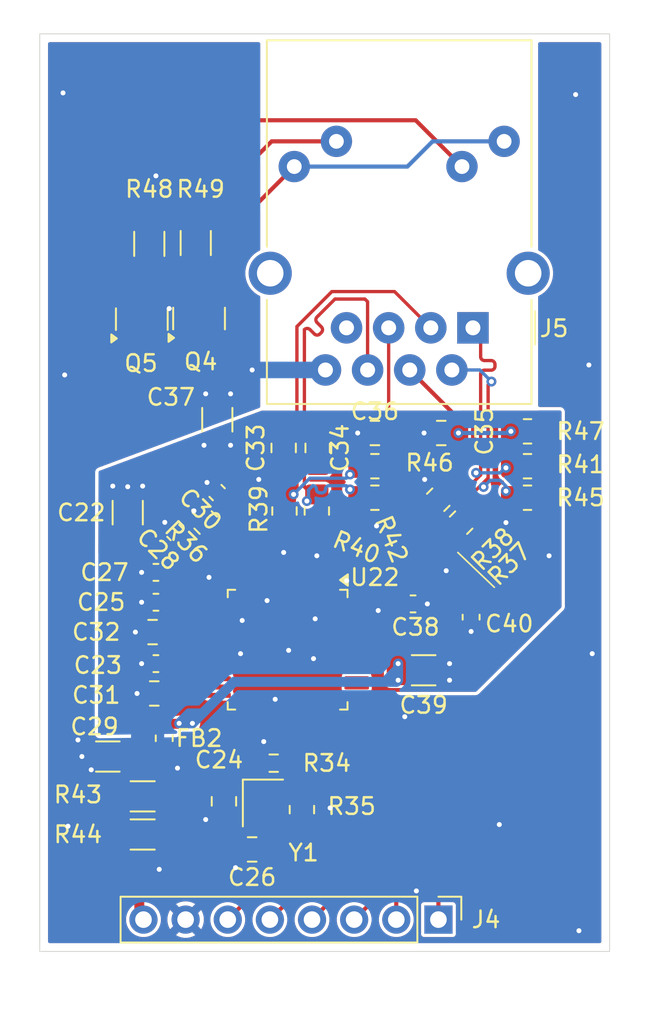
<source format=kicad_pcb>
(kicad_pcb (version 20241229) (generator "pcbnew") (generator_version "9.0")
  (layers (0 "F.Cu" signal) (2 "B.Cu" signal) (13 "F.Paste" user) (15 "B.Paste" user) (5 "F.SilkS" user "F.Silkscreen") (7 "B.SilkS" user "B.Silkscreen") (1 "F.Mask" user) (3 "B.Mask" user) (25 "Edge.Cuts" user))
  (net 0 "")
  (net 1 "/W5500/AGND")
  (net 2 "/W5500/+3.3VA")
  (net 3 "Net-(U22-XI{slash}CLKIN)")
  (net 4 "Net-(C26-Pad1)")
  (net 5 "Net-(U22-1V2O)")
  (net 6 "Net-(U22-TOCAP)")
  (net 7 "/W5500/RD+")
  (net 8 "/W5500/RX_1+")
  (net 9 "/W5500/RD-")
  (net 10 "/W5500/RX_1-")
  (net 11 "Net-(J5-TCT)")
  (net 12 "Net-(J5-RCT)")
  (net 13 "/W5500/MOSI")
  (net 14 "/W5500/MISO")
  (net 15 "/W5500/SCLK")
  (net 16 "/W5500/CS_N")
  (net 17 "/W5500/RST_N")
  (net 18 "/W5500/INT_N")
  (net 19 "Net-(J5-PadL2)")
  (net 20 "/W5500/TD+")
  (net 22 "/W5500/TD-")
  (net 24 "Net-(J5-PadL3)")
  (net 26 "Net-(Q4-C)")
  (net 27 "Net-(Q4-B)")
  (net 28 "Net-(Q5-B)")
  (net 29 "Net-(Q5-C)")
  (net 30 "Net-(U22-XO)")
  (net 31 "Net-(U22-EXRES1)")
  (net 32 "/W5500/TX+")
  (net 33 "/W5500/TX-")
  (net 34 "/W5500/RX+")
  (net 35 "/W5500/RX-")
  (net 36 "Net-(U22-LINKLED)")
  (net 37 "Net-(U22-ACTLED)")
  (net 55 "/GND")
  (net 56 "/3v3")
  (footprint "Resistor_SMD:R_0805_2012Metric_Pad1.20x1.40mm_HandSolder" (layer "F.Cu") (at 125.7 102.9 180)
    (property "Reference" "R46")
    (property "Value" "49.9")
  )
  (footprint "Resistor_SMD:R_1206_3216Metric_Pad1.30x1.75mm_HandSolder" (layer "F.Cu") (at 114.9 89.45 90)
    (property "Reference" "R48")
    (property "Value" "332")
  )
  (footprint "Package_TO_SOT_SMD:SOT-23" (layer "F.Cu") (at 115.1 94 90)
    (property "Reference" "Q4")
    (property "Value" "MMBT5550L")
  )
  (footprint "Resistor_SMD:R_0805_2012Metric_Pad1.20x1.40mm_HandSolder" (layer "F.Cu") (at 115.5 106.3 135)
    (property "Reference" "R36")
    (property "Value" "12.4k")
  )
  (footprint "Connector_PinHeader_2.54mm:PinHeader_1x08_P2.54mm_Vertical" (layer "F.Cu") (at 129.53 130.23 -90)
    (property "Reference" "J4")
    (property "Value" "Conn_01x08_Pin")
  )
  (footprint "Resistor_SMD:R_0805_2012Metric_Pad1.20x1.40mm_HandSolder" (layer "F.Cu") (at 130.9 106.3 45)
    (property "Reference" "R38")
    (property "Value" "14.3")
  )
  (footprint "Capacitor_SMD:C_0805_2012Metric_Pad1.18x1.45mm_HandSolder" (layer "F.Cu") (at 116.6 123.1 -90)
    (property "Reference" "C24")
    (property "Value" "18p")
  )
  (footprint "Resistor_SMD:R_0603_1608Metric_Pad0.98x0.95mm_HandSolder" (layer "F.Cu") (at 119.6 120.8)
    (property "Reference" "R34")
    (property "Value" "1M")
  )
  (footprint "Capacitor_SMD:C_0603_1608Metric_Pad1.08x0.95mm_HandSolder" (layer "F.Cu") (at 112.5 109.3 180)
    (property "Reference" "C27")
    (property "Value" "100n")
  )
  (footprint "Resistor_SMD:R_0805_2012Metric_Pad1.20x1.40mm_HandSolder" (layer "F.Cu") (at 134.9 102.9)
    (property "Reference" "R41")
    (property "Value" "49.9")
  )
  (footprint "Capacitor_SMD:C_0603_1608Metric_Pad1.08x0.95mm_HandSolder" (layer "F.Cu") (at 116.190121 104.49012 135)
    (property "Reference" "C30")
    (property "Value" "100n")
  )
  (footprint "Resistor_SMD:R_0805_2012Metric_Pad1.20x1.40mm_HandSolder" (layer "F.Cu") (at 121.3 123.6 -90)
    (property "Reference" "R35")
    (property "Value" "0")
  )
  (footprint "Capacitor_SMD:C_0603_1608Metric_Pad1.08x0.95mm_HandSolder" (layer "F.Cu") (at 112.5 114.8 180)
    (property "Reference" "C23")
    (property "Value" "100n")
  )
  (footprint "Capacitor_SMD:C_0805_2012Metric_Pad1.18x1.45mm_HandSolder" (layer "F.Cu") (at 125.7 100.9 180)
    (property "Reference" "C36")
    (property "Value" "10n")
  )
  (footprint "Resistor_SMD:R_0805_2012Metric_Pad1.20x1.40mm_HandSolder" (layer "F.Cu") (at 125.7 104.8 180)
    (property "Reference" "R42")
    (property "Value" "49.9")
  )
  (footprint "Package_TO_SOT_SMD:SOT-23" (layer "F.Cu") (at 111.65 94.0375 90)
    (property "Reference" "Q5")
    (property "Value" "MMBT5550L")
  )
  (footprint "Capacitor_SMD:C_0805_2012Metric_Pad1.18x1.45mm_HandSolder" (layer "F.Cu") (at 112.3 112.9 180)
    (property "Reference" "C32")
    (property "Value" "4.7u")
  )
  (footprint "Capacitor_SMD:C_0805_2012Metric_Pad1.18x1.45mm_HandSolder" (layer "F.Cu") (at 122.249995 101.800001 90)
    (property "Reference" "C34")
    (property "Value" "6.8n")
  )
  (footprint "Crystal:Crystal_SMD_2016-4Pin_2.0x1.6mm" (layer "F.Cu") (at 118.949998 123.2 -90)
    (property "Reference" "Y1")
    (property "Value" "Crystal_GND24")
  )
  (footprint "Resistor_SMD:R_0805_2012Metric_Pad1.20x1.40mm_HandSolder" (layer "F.Cu") (at 134.899997 104.799999)
    (property "Reference" "R45")
    (property "Value" "49.9")
  )
  (footprint "Capacitor_SMD:C_0805_2012Metric_Pad1.18x1.45mm_HandSolder" (layer "F.Cu") (at 129.7 100.9 180)
    (property "Reference" "C35")
    (property "Value" "22n")
  )
  (footprint "Capacitor_SMD:C_0603_1608Metric_Pad1.08x0.95mm_HandSolder" (layer "F.Cu") (at 112.5 111.1 180)
    (property "Reference" "C25")
    (property "Value" "100n")
  )
  (footprint "Resistor_SMD:R_0805_2012Metric_Pad1.20x1.40mm_HandSolder" (layer "F.Cu") (at 134.9 100.8 180)
    (property "Reference" "R47")
    (property "Value" "10")
  )
  (footprint "Inductor_SMD:L_0603_1608Metric_Pad1.05x0.95mm_HandSolder" (layer "F.Cu") (at 113 119.3 90)
    (property "Reference" "FB2")
    (property "Value" "~")
  )
  (footprint "Resistor_SMD:R_1206_3216Metric_Pad1.30x1.75mm_HandSolder" (layer "F.Cu") (at 111.7 125.1)
    (property "Reference" "R44")
    (property "Value" "4.99k")
  )
  (footprint "Capacitor_SMD:C_0805_2012Metric_Pad1.18x1.45mm_HandSolder" (layer "F.Cu") (at 112.4 116.6 180)
    (property "Reference" "C31")
    (property "Value" "10n")
  )
  (footprint "Capacitor_SMD:C_0603_1608Metric_Pad1.08x0.95mm_HandSolder" (layer "F.Cu") (at 128 111.2)
    (property "Reference" "C38")
    (property "Value" "100n")
  )
  (footprint "Capacitor_SMD:C_1206_3216Metric_Pad1.33x1.80mm_HandSolder" (layer "F.Cu") (at 109.6 120.4 180)
    (property "Reference" "C29")
    (property "Value" "10u")
  )
  (footprint "Capacitor_SMD:C_0603_1608Metric_Pad1.08x0.95mm_HandSolder" (layer "F.Cu") (at 113.644536 106.894283 135)
    (property "Reference" "C28")
    (property "Value" "100n")
  )
  (footprint "Capacitor_SMD:C_0805_2012Metric_Pad1.18x1.45mm_HandSolder" (layer "F.Cu") (at 118.3 126 180)
    (property "Reference" "C26")
    (property "Value" "18p")
  )
  (footprint "Resistor_SMD:R_0805_2012Metric_Pad1.20x1.40mm_HandSolder" (layer "F.Cu") (at 122.2 105.6 90)
    (property "Reference" "R40")
    (property "Value" "14.3")
  )
  (footprint "Capacitor_SMD:C_0805_2012Metric_Pad1.18x1.45mm_HandSolder" (layer "F.Cu") (at 120.2 101.8 90)
    (property "Reference" "C33")
    (property "Value" "6.8n")
  )
  (footprint "Capacitor_SMD:C_0603_1608Metric_Pad1.08x0.95mm_HandSolder" (layer "F.Cu") (at 131.5 112 -90)
    (property "Reference" "C40")
    (property "Value" "100n")
  )
  (footprint "Connector_RJ:RJ45_Amphenol_RJMG1BD3B8K1ANR" (layer "F.Cu") (at 131.610001 94.559999 180)
    (property "Reference" "J5")
    (property "Value" "RJ45_Amphenol_RJMG1BD3B8K1ANR")
  )
  (footprint "Resistor_SMD:R_0805_2012Metric_Pad1.20x1.40mm_HandSolder" (layer "F.Cu") (at 120.25 105.6 -90)
    (property "Reference" "R39")
    (property "Value" "14.3")
  )
  (footprint "Resistor_SMD:R_1206_3216Metric_Pad1.30x1.75mm_HandSolder" (layer "F.Cu") (at 111.7 122.8 180)
    (property "Reference" "R43")
    (property "Value" "4.99k")
  )
  (footprint "Resistor_SMD:R_1206_3216Metric_Pad1.30x1.75mm_HandSolder" (layer "F.Cu") (at 112.1 89.5 -90)
    (property "Reference" "R49")
    (property "Value" "332")
  )
  (footprint "Capacitor_SMD:C_1206_3216Metric_Pad1.33x1.80mm_HandSolder" (layer "F.Cu") (at 128.6375 115.2)
    (property "Reference" "C39")
    (property "Value" "10u")
  )
  (footprint "Package_QFP:LQFP-48_7x7mm_P0.5mm" (layer "F.Cu") (at 120.44 113.96 -90)
    (property "Reference" "U22")
    (property "Value" "W5500")
  )
  (footprint "Capacitor_SMD:C_1206_3216Metric_Pad1.33x1.80mm_HandSolder" (layer "F.Cu") (at 116.2 100.1 -90)
    (property "Reference" "C37")
    (property "Value" "1n 2kV")
  )
  (footprint "Resistor_SMD:R_0805_2012Metric_Pad1.20x1.40mm_HandSolder" (layer "F.Cu") (at 129.521141 104.921141 -135)
    (property "Reference" "R37")
    (property "Value" "14.3")
  )
  (footprint "Capacitor_SMD:C_1206_3216Metric_Pad1.33x1.80mm_HandSolder" (layer "F.Cu") (at 110.8 105.7 90)
    (property "Reference" "C22")
    (property "Value" "10u")
  )
  (footprint "NetTie:NetTie-2_SMD_Pad2.0mm" (layer "B.Cu") (at 112 117.8 -90)
    (property "Reference" "NT1" (hide yes))
    (property "Value" "NetTie_2" (hide yes))
  )
  (gr_line (start 130.7 108.1) (end 132.9 110.2) (stroke (width 0.1)) (layer "F.SilkS"))
  (gr_rect (start 105.49745 76.840531) (end 139.8497 132.149857) (stroke (width 0.05)) (fill no) (layer "Edge.Cuts"))
  (segment (start 119.189999 110.989999) (end 119.189999 109.7975) (width 0.25) (layer "F.Cu") (net 1))
  (segment (start 117.7 112.5) (end 117.7 112.2) (width 0.25) (layer "F.Cu") (net 1))
  (segment (start 117.7 112.2) (end 117.7 111.920002) (width 0.25) (layer "F.Cu") (net 1))
  (segment (start 117.7 111.920002) (end 117.489999 111.710001) (width 0.25) (layer "F.Cu") (net 1))
  (segment (start 117.49 112.71) (end 117.7 112.5) (width 0.25) (layer "F.Cu") (net 1))
  (segment (start 125.51 111.21) (end 125.9 111.6) (width 0.2) (layer "F.Cu") (net 1))
  (segment (start 116.277501 112.71) (end 117.49 112.71) (width 0.25) (layer "F.Cu") (net 1))
  (segment (start 117.59 114.21) (end 117.6 114.2) (width 0.25) (layer "F.Cu") (net 1))
  (segment (start 124.6025 111.21) (end 125.51 111.21) (width 0.2) (layer "F.Cu") (net 1))
  (segment (start 116.277499 114.21) (end 117.59 114.21) (width 0.25) (layer "F.Cu") (net 1))
  (segment (start 117.489999 111.710001) (end 116.277499 111.710001) (width 0.25) (layer "F.Cu") (net 1))
  (segment (start 122.2 108.3) (end 122.2 109.7875) (width 0.25) (layer "F.Cu") (net 1))
  (segment (start 119.2 111) (end 119.189999 110.989999) (width 0.25) (layer "F.Cu") (net 1))
  (segment (start 122.2 109.7875) (end 122.19 109.7975) (width 0.25) (layer "F.Cu") (net 1))
  (via (at 111.6375 114.799999) (size 0.6) (drill 0.3) (layers "F.Cu" "B.Cu") (net 1))
  (via (at 128.7 103.7) (size 0.6) (drill 0.3) (layers "F.Cu" "B.Cu") (net 1))
  (via (at 117 101.637499) (size 0.6) (drill 0.3) (layers "F.Cu" "B.Cu") (net 1))
  (via (at 125.8 106.5) (size 0.6) (drill 0.3) (layers "F.Cu" "B.Cu") (net 1))
  (via (at 131.499999 112.8625) (size 0.6) (drill 0.3) (layers "F.Cu" "B.Cu") (net 1))
  (via (at 115.4 101.637499) (size 0.6) (drill 0.3) (layers "F.Cu" "B.Cu") (net 1))
  (via (at 115.580242 103.88024) (size 0.6) (drill 0.3) (layers "F.Cu" "B.Cu") (net 1))
  (via (at 117.7 112.2) (size 0.6) (drill 0.3) (layers "F.Cu" "B.Cu") (net 1))
  (via (at 120.2 108.1) (size 0.6) (drill 0.3) (layers "F.Cu" "B.Cu") (net 1))
  (via (at 125.9 111.6) (size 0.6) (drill 0.3) (layers "F.Cu" "B.Cu") (net 1))
  (via (at 111.7 104.1) (size 0.6) (drill 0.3) (layers "F.Cu" "B.Cu") (net 1))
  (via (at 111.3625 116.6) (size 0.6) (drill 0.3) (layers "F.Cu" "B.Cu") (net 1))
  (via (at 128.6625 100.9) (size 0.6) (drill 0.3) (layers "F.Cu" "B.Cu") (net 1))
  (via (at 111.6375 109.299999) (size 0.6) (drill 0.3) (layers "F.Cu" "B.Cu") (net 1))
  (via (at 130.2 115.8) (size 0.6) (drill 0.3) (layers "F.Cu" "B.Cu") (net 1))
  (via (at 110.8 104.137499) (size 0.6) (drill 0.3) (layers "F.Cu" "B.Cu") (net 1))
  (via (at 119.2 111) (size 0.6) (drill 0.3) (layers "F.Cu" "B.Cu") (net 1))
  (via (at 120.5 114) (size 0.6) (drill 0.3) (layers "F.Cu" "B.Cu") (net 1))
  (via (at 130.2 114.8) (size 0.6) (drill 0.3) (layers "F.Cu" "B.Cu") (net 1))
  (via (at 124 109.8) (size 0.6) (drill 0.3) (layers "F.Cu" "B.Cu") (net 1))
  (via (at 122.2 108.3) (size 0.6) (drill 0.3) (layers "F.Cu" "B.Cu") (net 1))
  (via (at 128.8625 111.200001) (size 0.6) (drill 0.3) (layers "F.Cu" "B.Cu") (net 1))
  (via (at 133.6 106.3) (size 0.6) (drill 0.3) (layers "F.Cu" "B.Cu") (net 1))
  (via (at 118.7 103.7) (size 0.6) (drill 0.3) (layers "F.Cu" "B.Cu") (net 1))
  (via (at 115.7 109.6) (size 0.6) (drill 0.3) (layers "F.Cu" "B.Cu") (net 1))
  (via (at 117.6 114.2) (size 0.6) (drill 0.3) (layers "F.Cu" "B.Cu") (net 1))
  (via (at 109.9 104.1) (size 0.6) (drill 0.3) (layers "F.Cu" "B.Cu") (net 1))
  (via (at 122.1 112.1) (size 0.6) (drill 0.3) (layers "F.Cu" "B.Cu") (net 1))
  (via (at 124.6625 100.9) (size 0.6) (drill 0.3) (layers "F.Cu" "B.Cu") (net 1))
  (via (at 130 109.2) (size 0.6) (drill 0.3) (layers "F.Cu" "B.Cu") (net 1))
  (via (at 122 114.5) (size 0.6) (drill 0.3) (layers "F.Cu" "B.Cu") (net 1))
  (via (at 111.6375 111.099999) (size 0.6) (drill 0.3) (layers "F.Cu" "B.Cu") (net 1))
  (via (at 136.2 108.3) (size 0.6) (drill 0.3) (layers "F.Cu" "B.Cu") (net 1))
  (via (at 111.2625 112.9) (size 0.6) (drill 0.3) (layers "F.Cu" "B.Cu") (net 1))
  (via (at 114.792893 105.592893) (size 0.6) (drill 0.3) (layers "F.Cu" "B.Cu") (net 1))
  (via (at 113.034657 106.284403) (size 0.6) (drill 0.3) (layers "F.Cu" "B.Cu") (net 1))
  (segment (start 112.561498 113.998999) (end 109.882282 113.998999) (width 0.25) (layer "F.Cu") (net 2))
  (segment (start 113.3625 111.100001) (end 112.462499 110.2) (width 0.3) (layer "F.Cu") (net 2))
  (segment (start 119.69 109.7975) (end 119.69 108.79) (width 0.2) (layer "F.Cu") (net 2))
  (segment (start 119.69 108.79) (end 116.8 105.9) (width 0.2) (layer "F.Cu") (net 2))
  (segment (start 109.581281 114.3) (end 109.581281 110.2) (width 0.6) (layer "F.Cu") (net 2))
  (segment (start 123.782176 110.759) (end 126.696501 110.759) (width 0.2) (layer "F.Cu") (net 2))
  (segment (start 117.863824 108.7) (end 115.450252 108.7) (width 0.2) (layer "F.Cu") (net 2))
  (segment (start 109.882282 113.998999) (end 109.581281 114.3) (width 0.25) (layer "F.Cu") (net 2))
  (segment (start 109.581281 117.681281) (end 110.325 118.425) (width 0.6) (layer "F.Cu") (net 2))
  (segment (start 135.100001 107.537501) (end 135.100001 107.5375) (width 0.6) (layer "F.Cu") (net 2))
  (segment (start 116.2775 113.21) (end 115.31687 113.21) (width 0.3) (layer "F.Cu") (net 2))
  (segment (start 113.7725 115.210001) (end 113.3625 114.800001) (width 0.25) (layer "F.Cu") (net 2))
  (segment (start 112.462499 110.2) (end 109.581281 110.2) (width 0.3) (layer "F.Cu") (net 2))
  (segment (start 110.325 118.425) (end 111 118.425) (width 0.6) (layer "F.Cu") (net 2))
  (segment (start 116.2775 115.210001) (end 113.7725 115.210001) (width 0.25) (layer "F.Cu") (net 2))
  (segment (start 122.098352 110.977176) (end 123.564 110.977176) (width 0.2) (layer "F.Cu") (net 2))
  (segment (start 114.8 110.5) (end 113.600001 109.300001) (width 0.3) (layer "F.Cu") (net 2))
  (segment (start 113.600001 109.300001) (end 113.3625 109.300001) (width 0.3) (layer "F.Cu") (net 2))
  (segment (start 109.581281 108.48122) (end 110.962501 107.1) (width 0.6) (layer "F.Cu") (net 2))
  (segment (start 118.190001 109.026177) (end 117.863824 108.7) (width 0.2) (layer "F.Cu") (net 2))
  (segment (start 113.9 118.4) (end 114.7 118.4) (width 0.6) (layer "F.Cu") (net 2))
  (segment (start 111.162501 107.1) (end 111.772381 107.70988) (width 0.3) (layer "F.Cu") (net 2))
  (segment (start 121.69 110.568824) (end 122.098352 110.977176) (width 0.2) (layer "F.Cu") (net 2))
  (segment (start 135.900001 100.8) (end 135.900001 104.799996) (width 0.6) (layer "F.Cu") (net 2))
  (segment (start 135.899998 104.799999) (end 135.899998 106.737503) (width 0.6) (layer "F.Cu") (net 2))
  (segment (start 121.69 109.797501) (end 121.69 110.568824) (width 0.2) (layer "F.Cu") (net 2))
  (segment (start 116.658578 105.1) (end 116.8 105.1) (width 0.3) (layer "F.Cu") (net 2))
  (segment (start 111.041662 107.504163) (end 114.254415 107.504163) (width 0.6) (layer "F.Cu") (net 2))
  (segment (start 135.900001 104.799996) (end 135.899998 104.799999) (width 0.6) (layer "F.Cu") (net 2))
  (segment (start 111 118.425) (end 113.875 118.425) (width 0.6) (layer "F.Cu") (net 2))
  (segment (start 110.8 107.262501) (end 111.041662 107.504163) (width 0.6) (layer "F.Cu") (net 2))
  (segment (start 114.8 111.6) (end 114.8 110.5) (width 0.3) (layer "F.Cu") (net 2))
  (segment (start 116.8 105.9) (end 116.8 105.1) (width 0.2) (layer "F.Cu") (net 2))
  (segment (start 123.564 110.977176) (end 123.782176 110.759) (width 0.2) (layer "F.Cu") (net 2))
  (segment (start 113.3625 114.800001) (end 112.561498 113.998999) (width 0.25) (layer "F.Cu") (net 2))
  (segment (start 115.450252 108.7) (end 114.254415 107.504163) (width 0.2) (layer "F.Cu") (net 2))
  (segment (start 127.1 114.8) (end 127.837502 114.8) (width 0.6) (layer "F.Cu") (net 2))
  (segment (start 118.190001 109.797499) (end 118.190001 109.026177) (width 0.2) (layer "F.Cu") (net 2))
  (segment (start 115.41 112.21) (end 114.8 111.6) (width 0.3) (layer "F.Cu") (net 2))
  (segment (start 109.581281 117.681281) (end 109.581281 114.3) (width 0.6) (layer "F.Cu") (net 2))
  (segment (start 113.875 118.425) (end 113.9 118.4) (width 0.6) (layer "F.Cu") (net 2))
  (segment (start 113.3625 109.300001) (end 111.062499 107) (width 0.3) (layer "F.Cu") (net 2))
  (segment (start 111.062499 107) (end 110.962501 107) (width 0.3) (layer "F.Cu") (net 2))
  (segment (start 113.3625 111.25563) (end 113.3625 111.100001) (width 0.3) (layer "F.Cu") (net 2))
  (segment (start 109.581281 110.2) (end 109.581281 108.48122) (width 0.6) (layer "F.Cu") (net 2))
  (segment (start 126.696501 110.759) (end 127.1375 111.199999) (width 0.2) (layer "F.Cu") (net 2))
  (segment (start 116.2775 112.21) (end 115.41 112.21) (width 0.3) (layer "F.Cu") (net 2))
  (segment (start 114.254415 107.504163) (end 116.658578 105.1) (width 0.3) (layer "F.Cu") (net 2))
  (segment (start 115.31687 113.21) (end 113.3625 111.25563) (width 0.3) (layer "F.Cu") (net 2))
  (segment (start 127.1 115.8) (end 127.1 111.2) (width 0.6) (layer "F.Cu") (net 2))
  (segment (start 127.837502 114.8) (end 135.100001 107.537501) (width 0.6) (layer "F.Cu") (net 2))
  (segment (start 135.899998 106.737503) (end 135.100001 107.5375) (width 0.6) (layer "F.Cu") (net 2))
  (via (at 127.1 115.8) (size 0.6) (drill 0.3) (layers "F.Cu" "B.Cu") (net 2))
  (via (at 127.1 114.8) (size 0.6) (drill 0.3) (layers "F.Cu" "B.Cu") (net 2))
  (via (at 114.7 118.4) (size 0.6) (drill 0.3) (layers "F.Cu" "B.Cu") (net 2))
  (via (at 113.9 118.4) (size 0.6) (drill 0.3) (layers "F.Cu" "B.Cu") (net 2))
  (segment (start 127 115.9) (end 127.1 115.8) (width 0.6) (layer "B.Cu") (net 2))
  (segment (start 127.1 115.1) (end 126.5 115.7) (width 0.6) (layer "B.Cu") (net 2))
  (segment (start 113.9 118.4) (end 114.7 118.4) (width 0.6) (layer "B.Cu") (net 2))
  (segment (start 113.9 118.4) (end 114.5 117.8) (width 0.6) (layer "B.Cu") (net 2))
  (segment (start 127.1 114.8) (end 127.1 115.8) (width 0.6) (layer "B.Cu") (net 2))
  (segment (start 114.7 118.4) (end 115.45 117.65) (width 0.6) (layer "B.Cu") (net 2))
  (segment (start 115.45 117.65) (end 117.2 115.9) (width 0.6) (layer "B.Cu") (net 2))
  (segment (start 114.5 117.8) (end 115.3 117.8) (width 0.6) (layer "B.Cu") (net 2))
  (segment (start 117.2 115.9) (end 127 115.9) (width 0.6) (layer "B.Cu") (net 2))
  (segment (start 115.3 117.8) (end 115.45 117.65) (width 0.6) (layer "B.Cu") (net 2))
  (segment (start 127.1 114.8) (end 127.1 115.1) (width 0.6) (layer "B.Cu") (net 2))
  (segment (start 120.190001 119.297499) (end 118.6875 120.8) (width 0.2) (layer "F.Cu") (net 3))
  (segment (start 118.399999 122.5) (end 118.399999 121.087501) (width 0.2) (layer "F.Cu") (net 3))
  (segment (start 116.9375 122.4) (end 118.299999 122.4) (width 0.2) (layer "F.Cu") (net 3))
  (segment (start 118.158524 122.741475) (end 118.399999 122.5) (width 0.2) (layer "F.Cu") (net 3))
  (segment (start 118.399999 121.087501) (end 118.6875 120.8) (width 0.2) (layer "F.Cu") (net 3))
  (segment (start 120.190001 118.122499) (end 120.190001 119.297499) (width 0.2) (layer "F.Cu") (net 3))
  (segment (start 118.299999 122.4) (end 118.399999 122.5) (width 0.2) (layer "F.Cu") (net 3))
  (segment (start 116.6 122.0625) (end 116.9375 122.4) (width 0.2) (layer "F.Cu") (net 3))
  (segment (start 119.558525 126.002966) (end 119.558525 123.958528) (width 0.2) (layer "F.Cu") (net 4))
  (segment (start 119.499997 123.9) (end 120.599999 123.9) (width 0.2) (layer "F.Cu") (net 4))
  (segment (start 120.599999 123.9) (end 121.3 124.600001) (width 0.2) (layer "F.Cu") (net 4))
  (segment (start 119.558525 123.958528) (end 119.499997 123.9) (width 0.2) (layer "F.Cu") (net 4))
  (segment (start 114.3275 115.71) (end 116.277499 115.71) (width 0.25) (layer "F.Cu") (net 5))
  (segment (start 113.4375 116.6) (end 114.3275 115.71) (width 0.25) (layer "F.Cu") (net 5))
  (segment (start 116.2775 114.71) (end 115.41 114.71) (width 0.25) (layer "F.Cu") (net 6))
  (segment (start 115.41 114.71) (end 113.7375 113.0375) (width 0.25) (layer "F.Cu") (net 6))
  (segment (start 113.7375 113.0375) (end 113.7375 112.9) (width 0.25) (layer "F.Cu") (net 6))
  (segment (start 126.885002 92.375) (end 129.070001 94.559999) (width 0.2) (layer "F.Cu") (net 7))
  (segment (start 123.106802 92.375) (end 126.885002 92.375) (width 0.2) (layer "F.Cu") (net 7))
  (segment (start 120.999996 99.962504) (end 120.999996 94.481806) (width 0.2) (layer "F.Cu") (net 7))
  (segment (start 120.999996 94.481806) (end 123.106802 92.375) (width 0.2) (layer "F.Cu") (net 7))
  (segment (start 120.2 100.7625) (end 120.999996 99.962504) (width 0.2) (layer "F.Cu") (net 7))
  (segment (start 120.6375 102.8375) (end 120.2 102.8375) (width 0.2) (layer "F.Cu") (net 8))
  (segment (start 120.600001 104.599999) (end 121 104.2) (width 0.2) (layer "F.Cu") (net 8))
  (segment (start 120.999997 103.824556) (end 120.999997 103.199997) (width 0.2) (layer "F.Cu") (net 8))
  (segment (start 120.999997 103.199997) (end 120.6375 102.8375) (width 0.2) (layer "F.Cu") (net 8))
  (segment (start 120.8 104.6) (end 120.7 104.5) (width 0.2) (layer "F.Cu") (net 8))
  (segment (start 121 103.824559) (end 120.999997 103.824556) (width 0.2) (layer "F.Cu") (net 8))
  (segment (start 120.799999 104.599999) (end 120.8 104.6) (width 0.2) (layer "F.Cu") (net 8))
  (segment (start 121 104.2) (end 121 103.824559) (width 0.2) (layer "F.Cu") (net 8))
  (via (at 124.2 103.4) (size 0.6) (drill 0.3) (layers "F.Cu" "B.Cu") (net 8))
  (via (at 120.8 104.6) (size 0.6) (drill 0.3) (layers "F.Cu" "B.Cu") (net 8))
  (segment (start 120.8 104.6) (end 121.775001 103.624999) (width 0.2) (layer "B.Cu") (net 8))
  (segment (start 121.775001 103.624999) (end 123.975001 103.624999) (width 0.2) (layer "B.Cu") (net 8))
  (segment (start 123.975001 103.624999) (end 124.2 103.4) (width 0.2) (layer "B.Cu") (net 8))
  (segment (start 125.260001 92.985001) (end 125.260001 96.490853) (width 0.2) (layer "F.Cu") (net 9))
  (segment (start 122.387401 94.926781) (end 122.472253 94.841928) (width 0.2) (layer "F.Cu") (net 9))
  (segment (start 125.260001 96.490853) (end 125.260001 97.099999) (width 0.2) (layer "F.Cu") (net 9))
  (segment (start 125.1 92.825) (end 125.260001 92.985001) (width 0.2) (layer "F.Cu") (net 9))
  (segment (start 122.213671 93.904523) (end 122.298526 93.819671) (width 0.2) (layer "F.Cu") (net 9))
  (segment (start 122.472253 94.502516) (end 122.213671 94.243934) (width 0.2) (layer "F.Cu") (net 9))
  (segment (start 121.789409 94.6682) (end 122.04799 94.926781) (width 0.2) (layer "F.Cu") (net 9))
  (segment (start 121.449998 95.13298) (end 121.449998 94.6682) (width 0.2) (layer "F.Cu") (net 9))
  (segment (start 122.249995 100.762501) (end 121.449998 99.962504) (width 0.2) (layer "F.Cu") (net 9))
  (segment (start 123.293198 92.825) (end 125.1 92.825) (width 0.2) (layer "F.Cu") (net 9))
  (segment (start 121.449998 99.962504) (end 121.449998 95.13298) (width 0.2) (layer "F.Cu") (net 9))
  (segment (start 122.298526 93.819671) (end 123.293198 92.825) (width 0.2) (layer "F.Cu") (net 9))
  (arc (start 122.472253 94.841928) (mid 122.542548 94.672222) (end 122.472253 94.502516) (width 0.2) (layer "F.Cu") (net 9))
  (arc (start 122.04799 94.926781) (mid 122.217696 94.997075) (end 122.387401 94.926781) (width 0.2) (layer "F.Cu") (net 9))
  (arc (start 121.449998 94.6682) (mid 121.619703 94.597906) (end 121.789409 94.6682) (width 0.2) (layer "F.Cu") (net 9))
  (arc (start 122.213671 94.243934) (mid 122.143376 94.074229) (end 122.213671 93.904523) (width 0.2) (layer "F.Cu") (net 9))
  (segment (start 121.762499 102.837501) (end 122.249995 102.837501) (width 0.2) (layer "F.Cu") (net 10))
  (segment (start 121.449999 103.824558) (end 121.449999 103.150001) (width 0.2) (layer "F.Cu") (net 10))
  (segment (start 121.45 103.824559) (end 121.449999 103.824558) (width 0.2) (layer "F.Cu") (net 10))
  (segment (start 121.45 104.15) (end 121.45 103.824559) (width 0.2) (layer "F.Cu") (net 10))
  (segment (start 121.449999 103.150001) (end 121.762499 102.837501) (width 0.2) (layer "F.Cu") (net 10))
  (segment (start 121.899999 104.599999) (end 121.45 104.15) (width 0.2) (layer "F.Cu") (net 10))
  (via (at 121.6 105) (size 0.6) (drill 0.3) (layers "F.Cu" "B.Cu") (net 10))
  (via (at 124.2 104.3) (size 0.6) (drill 0.3) (layers "F.Cu" "B.Cu") (net 10))
  (segment (start 123.975001 104.075001) (end 124.2 104.3) (width 0.2) (layer "B.Cu") (net 10))
  (segment (start 121.6 105) (end 121.7 104.9) (width 0.2) (layer "B.Cu") (net 10))
  (segment (start 123.3 104.075001) (end 123.975001 104.075001) (width 0.2) (layer "B.Cu") (net 10))
  (segment (start 123.061396 104.075001) (end 123.3 104.075001) (width 0.2) (layer "B.Cu") (net 10))
  (segment (start 122.941082 104.075001) (end 123.061396 104.075001) (width 0.2) (layer "B.Cu") (net 10))
  (segment (start 121.7 104.336397) (end 121.944516 104.091881) (width 0.2) (layer "B.Cu") (net 10))
  (segment (start 121.944516 104.091881) (end 121.961396 104.075001) (width 0.2) (layer "B.Cu") (net 10))
  (segment (start 121.7 104.9) (end 121.7 104.336397) (width 0.2) (layer "B.Cu") (net 10))
  (segment (start 122.391082 104.504687) (end 122.511396 104.504687) (width 0.2) (layer "B.Cu") (net 10))
  (arc (start 122.726239 104.289844) (mid 122.789165 104.137927) (end 122.941082 104.075001) (width 0.2) (layer "B.Cu") (net 10))
  (arc (start 121.961396 104.075001) (mid 122.113313 104.137927) (end 122.176239 104.289844) (width 0.2) (layer "B.Cu") (net 10))
  (arc (start 122.511396 104.504687) (mid 122.663313 104.441761) (end 122.726239 104.289844) (width 0.2) (layer "B.Cu") (net 10))
  (arc (start 122.176239 104.289844) (mid 122.239165 104.441761) (end 122.391082 104.504687) (width 0.2) (layer "B.Cu") (net 10))
  (segment (start 130.7375 100.9) (end 130.7375 100.0375) (width 0.25) (layer "F.Cu") (net 11))
  (segment (start 130.7375 100.0375) (end 127.8 97.1) (width 0.25) (layer "F.Cu") (net 11))
  (via (at 133.899999 100.8) (size 0.6) (drill 0.3) (layers "F.Cu" "B.Cu") (net 11))
  (via (at 130.7375 100.9) (size 0.6) (drill 0.3) (layers "F.Cu" "B.Cu") (net 11))
  (segment (start 133.799999 100.9) (end 133.899999 100.8) (width 0.25) (layer "B.Cu") (net 11))
  (segment (start 130.7375 100.9) (end 133.799999 100.9) (width 0.25) (layer "B.Cu") (net 11))
  (segment (start 127.7 102.7) (end 127.7 101.2) (width 0.2) (layer "F.Cu") (net 12))
  (segment (start 125.7 101.9375) (end 125.7 104.2) (width 0.25) (layer "F.Cu") (net 12))
  (segment (start 126.700001 102.9) (end 127.5 102.9) (width 0.2) (layer "F.Cu") (net 12))
  (segment (start 127.5 102.9) (end 127.7 102.7) (width 0.2) (layer "F.Cu") (net 12))
  (segment (start 126.53 94.56) (end 126.53 100.6925) (width 0.2) (layer "F.Cu") (net 12))
  (segment (start 127.4 100.9) (end 126.7375 100.9) (width 0.2) (layer "F.Cu") (net 12))
  (segment (start 126.3 104.8) (end 126.700001 104.8) (width 0.25) (layer "F.Cu") (net 12))
  (segment (start 126.53 100.6925) (end 126.7375 100.9) (width 0.2) (layer "F.Cu") (net 12))
  (segment (start 125.7 104.2) (end 126.3 104.8) (width 0.25) (layer "F.Cu") (net 12))
  (segment (start 127.7 101.2) (end 127.4 100.9) (width 0.2) (layer "F.Cu") (net 12))
  (segment (start 126.7375 100.9) (end 125.7 101.9375) (width 0.25) (layer "F.Cu") (net 12))
  (segment (start 126.1 128.58) (end 124.449998 130.230002) (width 0.25) (layer "F.Cu") (net 13))
  (segment (start 126.1 122.339178) (end 126.1 128.58) (width 0.25) (layer "F.Cu") (net 13))
  (segment (start 122.689999 118.929177) (end 126.1 122.339178) (width 0.25) (layer "F.Cu") (net 13))
  (segment (start 122.689999 118.122501) (end 122.689999 118.929177) (width 0.25) (layer "F.Cu") (net 13))
  (segment (start 125.2 126.94) (end 121.91 130.23) (width 0.25) (layer "F.Cu") (net 14))
  (segment (start 125.2 122.2) (end 125.2 126.94) (width 0.25) (layer "F.Cu") (net 14))
  (segment (start 122.19 118.122501) (end 122.19 119.19) (width 0.25) (layer "F.Cu") (net 14))
  (segment (start 122.19 119.19) (end 125.2 122.2) (width 0.25) (layer "F.Cu") (net 14))
  (segment (start 121.690001 119.390001) (end 124.3 122) (width 0.25) (layer "F.Cu") (net 15))
  (segment (start 124.3 122) (end 124.3 125.3) (width 0.25) (layer "F.Cu") (net 15))
  (segment (start 124.3 125.3) (end 119.37 130.23) (width 0.25) (layer "F.Cu") (net 15))
  (segment (start 121.690001 118.1225) (end 121.690001 119.390001) (width 0.25) (layer "F.Cu") (net 15))
  (segment (start 123.7 125) (end 120 128.7) (width 0.25) (layer "F.Cu") (net 16))
  (segment (start 121.19 118.1225) (end 121.19 119.59) (width 0.25) (layer "F.Cu") (net 16))
  (segment (start 120 128.7) (end 118.36 128.7) (width 0.25) (layer "F.Cu") (net 16))
  (segment (start 118.36 128.7) (end 116.83 130.23) (width 0.25) (layer "F.Cu") (net 16))
  (segment (start 121.19 119.59) (end 123.7 122.1) (width 0.25) (layer "F.Cu") (net 16))
  (segment (start 123.7 122.1) (end 123.7 125) (width 0.25) (layer "F.Cu") (net 16))
  (segment (start 124.602499 118.302499) (end 129.53 123.23) (width 0.25) (layer "F.Cu") (net 17))
  (segment (start 124.602499 116.71) (end 124.602499 118.302499) (width 0.25) (layer "F.Cu") (net 17))
  (segment (start 129.53 123.23) (end 129.53 130.23) (width 0.25) (layer "F.Cu") (net 17))
  (segment (start 123.19 118.69) (end 126.99 122.49) (width 0.25) (layer "F.Cu") (net 18))
  (segment (start 123.19 118.1225) (end 123.19 118.69) (width 0.25) (layer "F.Cu") (net 18))
  (segment (start 126.99 122.49) (end 126.99 130.23) (width 0.25) (layer "F.Cu") (net 18))
  (segment (start 114.9 87.9) (end 119.479999 83.320001) (width 0.25) (layer "F.Cu") (net 19))
  (segment (start 119.479999 83.320001) (end 123.38 83.320001) (width 0.25) (layer "F.Cu") (net 19))
  (segment (start 132.074999 97.344) (end 132.074999 97.46) (width 0.2) (layer "F.Cu") (net 20))
  (segment (start 131.610001 94.559999) (end 132.074999 95.024997) (width 0.2) (layer "F.Cu") (net 20))
  (segment (start 132.938084 96.764) (end 132.938084 96.88) (width 0.2) (layer "F.Cu") (net 20))
  (segment (start 132.706084 97.112) (end 132.306999 97.112) (width 0.2) (layer "F.Cu") (net 20))
  (segment (start 132.074999 103.427943) (end 131.288908 104.214034) (width 0.2) (layer "F.Cu") (net 20))
  (segment (start 132.074999 95.024997) (end 132.074999 96.3) (width 0.2) (layer "F.Cu") (net 20))
  (segment (start 132.306999 96.532) (end 132.706084 96.532) (width 0.2) (layer "F.Cu") (net 20))
  (segment (start 132.074999 98.2) (end 132.074999 103.427943) (width 0.2) (layer "F.Cu") (net 20))
  (segment (start 131.288908 104.214034) (end 130.228248 104.214034) (width 0.2) (layer "F.Cu") (net 20))
  (segment (start 132.074999 97.46) (end 132.074999 98.2) (width 0.2) (layer "F.Cu") (net 20))
  (via (at 133.6 103) (size 0.6) (drill 0.3) (layers "F.Cu" "B.Cu") (net 20))
  (via (at 131.8 103.3) (size 0.6) (drill 0.3) (layers "F.Cu" "B.Cu") (net 20))
  (arc (start 132.706084 96.532) (mid 132.870133 96.599951) (end 132.938084 96.764) (width 0.2) (layer "F.Cu") (net 20))
  (arc (start 132.074999 96.3) (mid 132.14295 96.464049) (end 132.306999 96.532) (width 0.2) (layer "F.Cu") (net 20))
  (arc (start 132.306999 97.112) (mid 132.14295 97.179951) (end 132.074999 97.344) (width 0.2) (layer "F.Cu") (net 20))
  (arc (start 132.938084 96.88) (mid 132.870133 97.044049) (end 132.706084 97.112) (width 0.2) (layer "F.Cu") (net 20))
  (segment (start 133.55356 103) (end 133.6 103) (width 0.2) (layer "B.Cu") (net 20))
  (segment (start 131.8 103.3) (end 133.25356 103.3) (width 0.2) (layer "B.Cu") (net 20))
  (segment (start 133.25356 103.3) (end 133.55356 103) (width 0.2) (layer "B.Cu") (net 20))
  (segment (start 131.607107 104.532233) (end 132.525001 103.614339) (width 0.2) (layer "F.Cu") (net 22))
  (segment (start 132.525001 97.999999) (end 132.725 97.8) (width 0.2) (layer "F.Cu") (net 22))
  (segment (start 132.525001 103.614339) (end 132.525001 97.999999) (width 0.2) (layer "F.Cu") (net 22))
  (segment (start 131.607107 105.592893) (end 131.607107 104.532233) (width 0.2) (layer "F.Cu") (net 22))
  (via (at 132.725 97.8) (size 0.6) (drill 0.3) (layers "F.Cu" "B.Cu") (net 22))
  (via (at 132.25 104.15) (size 0.6) (drill 0.3) (layers "F.Cu" "B.Cu") (net 22))
  (via (at 133.6 104.4) (size 0.6) (drill 0.3) (layers "F.Cu" "B.Cu") (net 22))
  (segment (start 133.6 104.1) (end 133.6 104.4) (width 0.2) (layer "B.Cu") (net 22))
  (segment (start 132.25 104.15) (end 132.649999 103.750001) (width 0.2) (layer "B.Cu") (net 22))
  (segment (start 132.649999 103.750001) (end 133.250001 103.750001) (width 0.2) (layer "B.Cu") (net 22))
  (segment (start 133.250001 103.750001) (end 133.6 104.1) (width 0.2) (layer "B.Cu") (net 22))
  (segment (start 132.024999 97.099999) (end 130.340001 97.099999) (width 0.2) (layer "B.Cu") (net 22))
  (segment (start 132.725 97.8) (end 132.024999 97.099999) (width 0.2) (layer "B.Cu") (net 22))
  (segment (start 112.1 87.95) (end 118.000999 82.049001) (width 0.25) (layer "F.Cu") (net 24))
  (segment (start 118.000999 82.049001) (end 128.159004 82.049001) (width 0.25) (layer "F.Cu") (net 24))
  (segment (start 128.159004 82.049001) (end 130.950002 84.839999) (width 0.25) (layer "F.Cu") (net 24))
  (segment (start 115.1 91.2) (end 114.9 91) (width 0.25) (layer "F.Cu") (net 26))
  (segment (start 115.1 93.062499) (end 115.1 91.2) (width 0.25) (layer "F.Cu") (net 26))
  (segment (start 107.048999 103.051001) (end 114.15 95.95) (width 0.25) (layer "F.Cu") (net 27))
  (segment (start 114.15 95.95) (end 114.15 94.9375) (width 0.25) (layer "F.Cu") (net 27))
  (segment (start 110.15 122.8) (end 108.553485 122.8) (width 0.25) (layer "F.Cu") (net 27))
  (segment (start 107.048999 121.295514) (end 107.048999 103.051001) (width 0.25) (layer "F.Cu") (net 27))
  (segment (start 108.553485 122.8) (end 107.048999 121.295514) (width 0.25) (layer "F.Cu") (net 27))
  (segment (start 110.7 94.975) (end 110.7 97.475) (width 0.25) (layer "F.Cu") (net 28))
  (segment (start 110.15 125.1) (end 106.670999 121.620999) (width 0.25) (layer "F.Cu") (net 28))
  (segment (start 106.670999 121.620999) (end 106.670999 101.504001) (width 0.25) (layer "F.Cu") (net 28))
  (segment (start 110.7 97.475) (end 106.670999 101.504001) (width 0.25) (layer "F.Cu") (net 28))
  (segment (start 111.649999 91.500001) (end 112.1 91.05) (width 0.25) (layer "F.Cu") (net 29))
  (segment (start 111.649999 93.1) (end 111.649999 91.500001) (width 0.25) (layer "F.Cu") (net 29))
  (segment (start 121.3 121.5875) (end 120.5125 120.8) (width 0.2) (layer "F.Cu") (net 30))
  (segment (start 120.5125 120.8) (end 120.69 120.6225) (width 0.2) (layer "F.Cu") (net 30))
  (segment (start 120.69 120.6225) (end 120.69 118.122501) (width 0.2) (layer "F.Cu") (net 30))
  (segment (start 121.3 122.599999) (end 121.3 121.5875) (width 0.2) (layer "F.Cu") (net 30))
  (segment (start 118.69 108.683482) (end 118.69 109.797499) (width 0.2) (layer "F.Cu") (net 31))
  (segment (start 116.207107 107.007107) (end 117.013625 107.007107) (width 0.2) (layer "F.Cu") (net 31))
  (segment (start 117.013625 107.007107) (end 118.69 108.683482) (width 0.2) (layer "F.Cu") (net 31))
  (segment (start 127.943674 106.498608) (end 128.814034 105.628248) (width 0.2) (layer "F.Cu") (net 32))
  (segment (start 122.689999 109.797499) (end 122.714998 109.7725) (width 0.2) (layer "F.Cu") (net 32))
  (segment (start 123.806802 107.775) (end 127.727944 107.775) (width 0.2) (layer "F.Cu") (net 32))
  (segment (start 122.714998 109.7725) (end 122.714998 108.866804) (width 0.2) (layer "F.Cu") (net 32))
  (segment (start 122.714998 108.866804) (end 123.806802 107.775) (width 0.2) (layer "F.Cu") (net 32))
  (segment (start 127.943674 107.55927) (end 127.943674 106.498608) (width 0.2) (layer "F.Cu") (net 32))
  (segment (start 127.727944 107.775) (end 127.943674 107.55927) (width 0.2) (layer "F.Cu") (net 32))
  (segment (start 123.164999 109.7725) (end 123.19 109.797501) (width 0.2) (layer "F.Cu") (net 33))
  (segment (start 128.100633 108.038705) (end 127.914338 108.225) (width 0.2) (layer "F.Cu") (net 33))
  (segment (start 123.993198 108.225) (end 123.533578 108.684619) (width 0.2) (layer "F.Cu") (net 33))
  (segment (start 129.322533 107.877467) (end 128.261871 107.877467) (width 0.2) (layer "F.Cu") (net 33))
  (segment (start 127.587838 108.5515) (end 127.314338 108.5515) (width 0.2) (layer "F.Cu") (net 33))
  (segment (start 130.192893 107.007107) (end 129.322533 107.877467) (width 0.2) (layer "F.Cu") (net 33))
  (segment (start 123.533578 108.684619) (end 123.164999 109.053199) (width 0.2) (layer "F.Cu") (net 33))
  (segment (start 126.714338 108.225) (end 123.993198 108.225) (width 0.2) (layer "F.Cu") (net 33))
  (segment (start 126.987838 108.225) (end 126.714338 108.225) (width 0.2) (layer "F.Cu") (net 33))
  (segment (start 128.261871 107.877467) (end 128.100633 108.038705) (width 0.2) (layer "F.Cu") (net 33))
  (segment (start 123.164999 109.053199) (end 123.164999 109.7725) (width 0.2) (layer "F.Cu") (net 33))
  (arc (start 127.914338 108.225) (mid 127.798903 108.272815) (end 127.751088 108.38825) (width 0.2) (layer "F.Cu") (net 33))
  (arc (start 127.314338 108.5515) (mid 127.198903 108.503685) (end 127.151088 108.38825) (width 0.2) (layer "F.Cu") (net 33))
  (arc (start 127.751088 108.38825) (mid 127.703273 108.503685) (end 127.587838 108.5515) (width 0.2) (layer "F.Cu") (net 33))
  (arc (start 127.151088 108.38825) (mid 127.103273 108.272815) (end 126.987838 108.225) (width 0.2) (layer "F.Cu") (net 33))
  (segment (start 121.05507 107.405071) (end 120.25 106.600001) (width 0.2) (layer "F.Cu") (net 34))
  (segment (start 120.689999 109.797501) (end 120.714999 109.772501) (width 0.2) (layer "F.Cu") (net 34))
  (segment (start 121.066936 107.405071) (end 121.05507 107.405071) (width 0.2) (layer "F.Cu") (net 34))
  (segment (start 120.714999 108.692579) (end 121.066936 108.340642) (width 0.2) (layer "F.Cu") (net 34))
  (segment (start 120.714999 109.772501) (end 120.714999 108.692579) (width 0.2) (layer "F.Cu") (net 34))
  (segment (start 121.066936 108.340642) (end 121.066936 107.405071) (width 0.2) (layer "F.Cu") (net 34))
  (segment (start 121.165001 108.878973) (end 121.516936 108.527038) (width 0.2) (layer "F.Cu") (net 35))
  (segment (start 121.19 109.7975) (end 121.165001 109.772501) (width 0.2) (layer "F.Cu") (net 35))
  (segment (start 121.165001 109.772501) (end 121.165001 108.878973) (width 0.2) (layer "F.Cu") (net 35))
  (segment (start 121.516936 108.527038) (end 121.516936 107.283065) (width 0.2) (layer "F.Cu") (net 35))
  (segment (start 121.516936 107.283065) (end 122.2 106.600001) (width 0.2) (layer "F.Cu") (net 35))
  (segment (start 113.25 122.562499) (end 113.25 122.8) (width 0.2) (layer "F.Cu") (net 36))
  (segment (start 117.69 118.122499) (end 113.25 122.562499) (width 0.2) (layer "F.Cu") (net 36))
  (segment (start 118.183826 119.4) (end 118.69 118.893826) (width 0.2) (layer "F.Cu") (net 37))
  (segment (start 114.2 122.076362) (end 114.238181 122.038181) (width 0.2) (layer "F.Cu") (net 37))
  (segment (start 116.876361 119.4) (end 118.183826 119.4) (width 0.2) (layer "F.Cu") (net 37))
  (segment (start 114.2 124.8) (end 114.2 122.076362) (width 0.2) (layer "F.Cu") (net 37))
  (segment (start 118.69 118.893826) (end 118.69 118.1225) (width 0.2) (layer "F.Cu") (net 37))
  (segment (start 113.9 125.1) (end 114.2 124.8) (width 0.2) (layer "F.Cu") (net 37))
  (segment (start 113.25 125.1) (end 113.9 125.1) (width 0.2) (layer "F.Cu") (net 37))
  (segment (start 114.238181 122.038181) (end 116.876361 119.4) (width 0.2) (layer "F.Cu") (net 37))
  (segment (start 114.201 122.075361) (end 114.238181 122.038181) (width 0.2) (layer "F.Cu") (net 37))
  (segment (start 119.69 118.1225) (end 119.69 116.95) (width 0.2) (layer "F.Cu") (net 55))
  (via (at 106.9 80.4) (size 0.6) (drill 0.3) (layers "F.Cu" "B.Cu") (net 55))
  (via (at 133.2 124.5) (size 0.6) (drill 0.3) (layers "F.Cu" "B.Cu") (net 55))
  (via (at 127.5 118) (size 0.6) (drill 0.3) (layers "F.Cu" "B.Cu") (net 55))
  (via (at 117.3 127.1) (size 0.6) (drill 0.3) (layers "F.Cu" "B.Cu") (net 55))
  (via (at 113.8 121.1) (size 0.6) (drill 0.3) (layers "F.Cu" "B.Cu") (net 55))
  (via (at 119.69 116.95) (size 0.6) (drill 0.3) (layers "F.Cu" "B.Cu") (net 55))
  (via (at 107 97.4) (size 0.6) (drill 0.3) (layers "F.Cu" "B.Cu") (net 55))
  (via (at 123 123.5) (size 0.6) (drill 0.3) (layers "F.Cu" "B.Cu") (net 55))
  (via (at 108.037499 120.4) (size 0.6) (drill 0.3) (layers "F.Cu" "B.Cu") (net 55))
  (via (at 108.6 121.2) (size 0.6) (drill 0.3) (layers "F.Cu" "B.Cu") (net 55))
  (via (at 107.2 124.6) (size 0.6) (drill 0.3) (layers "F.Cu" "B.Cu") (net 55))
  (via (at 115.5 124.2) (size 0.6) (drill 0.3) (layers "F.Cu" "B.Cu") (net 55))
  (via (at 117 98.537499) (size 0.6) (drill 0.3) (layers "F.Cu" "B.Cu") (net 55))
  (via (at 115.5 98.537499) (size 0.6) (drill 0.3) (layers "F.Cu" "B.Cu") (net 55))
  (via (at 113.3 93.4) (size 0.6) (drill 0.3) (layers "F.Cu" "B.Cu") (net 55))
  (via (at 112.7 127.2) (size 0.6) (drill 0.3) (layers "F.Cu" "B.Cu") (net 55))
  (via (at 138.6 96.8) (size 0.6) (drill 0.3) (layers "F.Cu" "B.Cu") (net 55))
  (via (at 112.5 85.4) (size 0.6) (drill 0.3) (layers "F.Cu" "B.Cu") (net 55))
  (via (at 138.8 114.2) (size 0.6) (drill 0.3) (layers "F.Cu" "B.Cu") (net 55))
  (via (at 128.2 128.5) (size 0.6) (drill 0.3) (layers "F.Cu" "B.Cu") (net 55))
  (via (at 137.8 80.5) (size 0.6) (drill 0.3) (layers "F.Cu" "B.Cu") (net 55))
  (via (at 107.8 119.4) (size 0.6) (drill 0.3) (layers "F.Cu" "B.Cu") (net 55))
  (via (at 119 119.5) (size 0.6) (drill 0.3) (layers "F.Cu" "B.Cu") (net 55))
  (via (at 138 130.9) (size 0.6) (drill 0.3) (layers "F.Cu" "B.Cu") (net 55))
  (via (at 118.3 97.1) (size 0.6) (drill 0.3) (layers "F.Cu" "B.Cu") (net 55))
  (segment (start 122.720001 97.100001) (end 118.3 97.1) (width 1) (layer "B.Cu") (net 55))
  (segment (start 118.774178 116.9) (end 117.605821 116.9) (width 0.25) (layer "F.Cu") (net 56))
  (segment (start 108.4 118.878487) (end 108.4 102.8) (width 0.25) (layer "F.Cu") (net 56))
  (segment (start 108.4 102.8) (end 114.4 96.8) (width 0.25) (layer "F.Cu") (net 56))
  (segment (start 117.605821 116.9) (end 114.330821 120.175) (width 0.25) (layer "F.Cu") (net 56))
  (segment (start 114.4 96.8) (end 117.3 96.8) (width 0.25) (layer "F.Cu") (net 56))
  (segment (start 111 120.175) (end 111.5 120.675) (width 0.6) (layer "F.Cu") (net 56))
  (segment (start 111.162501 120.4) (end 112.775 120.4) (width 0.6) (layer "F.Cu") (net 56))
  (segment (start 117.3 88.380001) (end 120.840002 84.839999) (width 0.25) (layer "F.Cu") (net 56))
  (segment (start 119.19 118.122499) (end 119.19 117.315822) (width 0.25) (layer "F.Cu") (net 56))
  (segment (start 111.5 129.979999) (end 111.75 130.229999) (width 0.6) (layer "F.Cu") (net 56))
  (segment (start 111.162501 120.4) (end 109.921513 120.4) (width 0.25) (layer "F.Cu") (net 56))
  (segment (start 111.5 120.675) (end 111.5 129.979999) (width 0.6) (layer "F.Cu") (net 56))
  (segment (start 112.775 120.4) (end 113 120.175) (width 0.6) (layer "F.Cu") (net 56))
  (segment (start 117.3 96.8) (end 117.3 88.380001) (width 0.25) (layer "F.Cu") (net 56))
  (segment (start 114.330821 120.175) (end 113 120.175) (width 0.25) (layer "F.Cu") (net 56))
  (segment (start 109.921513 120.4) (end 108.4 118.878487) (width 0.25) (layer "F.Cu") (net 56))
  (segment (start 119.19 117.315822) (end 118.774178 116.9) (width 0.25) (layer "F.Cu") (net 56))
  (segment (start 129.180001 83.319999) (end 133.490003 83.319999) (width 0.25) (layer "B.Cu") (net 56))
  (segment (start 120.840002 84.839999) (end 127.660001 84.839999) (width 0.25) (layer "B.Cu") (net 56))
  (segment (start 127.660001 84.839999) (end 129.180001 83.319999) (width 0.25) (layer "B.Cu") (net 56))
  (zone (net 55) (net_name "/GND") (layers "F.Cu" "B.Cu") (connect_pads thru_hole_only (clearance 0.2)) (min_thickness 0.2) (fill yes (thermal_gap 0.25) (thermal_bridge_width 0.5))
    (polygon (pts (xy 103.218863 136.1) (xy 142.3497 136.1) (xy 142.3497 74.799768) (xy 103.101027 74.800032)))
  )
  (zone (net 0) (net_name "") (layers "F.Cu" "B.Cu") (connect_pads thru_hole_only (clearance 0)) (min_thickness 0.2)
    (keepout (tracks allowed) (vias allowed) (pads allowed) (copperpour not_allowed) (footprints allowed))
    (fill (thermal_gap 0.25) (thermal_bridge_width 0.5))
    (polygon (pts (xy 118.790001 76.829999) (xy 118.790003 99.549998) (xy 135.540002 99.55) (xy 135.540002 76.829998)))
  )
  (zone (net 1) (net_name "/W5500/AGND") (layers "F.Cu" "B.Cu") (priority 1) (connect_pads thru_hole_only (clearance 0)) (min_thickness 0.2) (fill yes (thermal_gap 0.25) (thermal_bridge_width 0.5))
    (polygon (pts (xy 109.04185 103.2) (xy 109.010208 119.094099) (xy 114.983 119.017) (xy 117.494758 116.505242) (xy 131.8 116.5) (xy 136.9497 111.402008) (xy 136.9497 99.540015) (xy 118.908766 99.540015)))
  )
)
</source>
